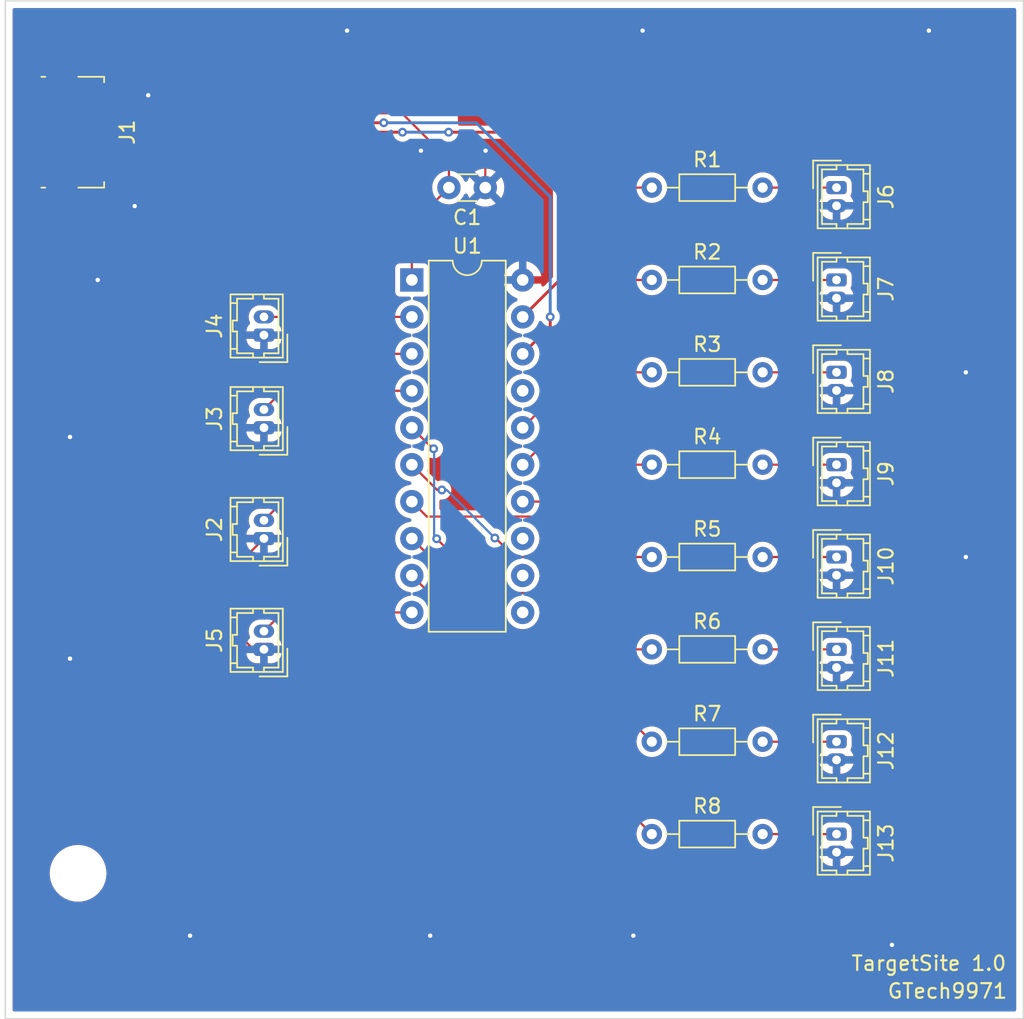
<source format=kicad_pcb>
(kicad_pcb (version 20211014) (generator pcbnew)
  (layers (0 "F.Cu" signal) (31 "B.Cu" signal) (34 "B.Paste" user) (35 "F.Paste" user) (36 "B.SilkS" user "B.Silkscreen") (37 "F.SilkS" user "F.Silkscreen") (38 "B.Mask" user) (39 "F.Mask" user) (44 "Edge.Cuts" user))
  (net 0 "")
  (net 1 "GND")
  (net 2 "/USB_VCC")
  (net 3 "/D-")
  (net 4 "/D+")
  (net 6 "unconnected-(J1-Pad6)")
  (net 7 "/SW_1")
  (net 8 "/SW_2")
  (net 9 "/SW_3")
  (net 10 "/SW_4")
  (net 11 "Net-(J6-Pad1)")
  (net 12 "Net-(J7-Pad1)")
  (net 13 "Net-(J8-Pad1)")
  (net 14 "Net-(J9-Pad1)")
  (net 15 "Net-(J10-Pad1)")
  (net 16 "Net-(J11-Pad1)")
  (net 17 "Net-(J12-Pad1)")
  (net 18 "Net-(J13-Pad1)")
  (net 19 "/LED_1")
  (net 20 "/LED_2")
  (net 21 "/LED_3")
  (net 22 "/LED_4")
  (net 23 "/LED_5")
  (net 24 "/LED_6")
  (net 25 "/LED_7")
  (net 26 "/LED_8")
  (footprint "Connector_Hirose:Hirose_DF13-02P-1.25DSA_1x02_P1.25mm_Vertical" (layer "F.Cu") (at 187.15 91.9 -90)
    (fp_text reference "J9" (at 0.62 -3.4 90) (layer "F.SilkS"))
    (fp_text value "Conn_01x02_Female")
    (pad "1" thru_hole roundrect (at 0 0 270) (size 0.9 1.4) (drill 0.6) (layers *.Cu *.Mask) (net 14 "Net-(J9-Pad1)"))
    (pad "2" thru_hole oval (at 1.25 0 270) (size 0.9 1.4) (drill 0.6) (layers *.Cu *.Mask) (net 1 "GND"))
  )
  (footprint "Resistor_THT:R_Axial_DIN0204_L3.6mm_D1.6mm_P7.62mm_Horizontal" (layer "F.Cu") (at 174.45 117.3)
    (fp_text reference "R8" (at 3.81 -1.92) (layer "F.SilkS"))
    (fp_text value "330")
    (pad "1" thru_hole circle (at 0 0) (size 1.4 1.4) (drill 0.7) (layers *.Cu *.Mask) (net 26 "/LED_8"))
    (pad "2" thru_hole oval (at 7.62 0) (size 1.4 1.4) (drill 0.7) (layers *.Cu *.Mask) (net 18 "Net-(J13-Pad1)"))
  )
  (footprint "Resistor_THT:R_Axial_DIN0204_L3.6mm_D1.6mm_P7.62mm_Horizontal" (layer "F.Cu") (at 174.45 91.9)
    (fp_text reference "R4" (at 3.81 -1.92) (layer "F.SilkS"))
    (fp_text value "330")
    (pad "1" thru_hole circle (at 0 0) (size 1.4 1.4) (drill 0.7) (layers *.Cu *.Mask) (net 22 "/LED_4"))
    (pad "2" thru_hole oval (at 7.62 0) (size 1.4 1.4) (drill 0.7) (layers *.Cu *.Mask) (net 14 "Net-(J9-Pad1)"))
  )
  (footprint "Connector_Hirose:Hirose_DF13-02P-1.25DSA_1x02_P1.25mm_Vertical" (layer "F.Cu") (at 147.78 96.98 90)
    (fp_text reference "J2" (at 0.62 -3.4 90) (layer "F.SilkS"))
    (fp_text value "Conn_01x02_Female")
    (pad "1" thru_hole roundrect (at 0 0 90) (size 0.9 1.4) (drill 0.6) (layers *.Cu *.Mask) (net 1 "GND"))
    (pad "2" thru_hole oval (at 1.25 0 90) (size 0.9 1.4) (drill 0.6) (layers *.Cu *.Mask) (net 7 "/SW_1"))
  )
  (footprint "Package_DIP:DIP-20_W7.62mm" (layer "F.Cu") (at 157.95 79.2)
    (fp_text reference "U1" (at 3.81 -2.33) (layer "F.SilkS"))
    (fp_text value "PIC16F1459-IP")
    (pad "1" thru_hole rect (at 0 0) (size 1.6 1.6) (drill 0.8) (layers *.Cu *.Mask) (net 2 "/USB_VCC"))
    (pad "2" thru_hole oval (at 0 2.54) (size 1.6 1.6) (drill 0.8) (layers *.Cu *.Mask) (net 9 "/SW_3"))
    (pad "3" thru_hole oval (at 0 5.08) (size 1.6 1.6) (drill 0.8) (layers *.Cu *.Mask) (net 8 "/SW_2"))
    (pad "4" thru_hole oval (at 0 7.62) (size 1.6 1.6) (drill 0.8) (layers *.Cu *.Mask) (net 7 "/SW_1"))
    (pad "5" thru_hole oval (at 0 10.16) (size 1.6 1.6) (drill 0.8) (layers *.Cu *.Mask) (net 24 "/LED_6"))
    (pad "6" thru_hole oval (at 0 12.7) (size 1.6 1.6) (drill 0.8) (layers *.Cu *.Mask) (net 23 "/LED_5"))
    (pad "7" thru_hole oval (at 0 15.24) (size 1.6 1.6) (drill 0.8) (layers *.Cu *.Mask) (net 22 "/LED_4"))
    (pad "8" thru_hole oval (at 0 17.78) (size 1.6 1.6) (drill 0.8) (layers *.Cu *.Mask) (net 25 "/LED_7"))
    (pad "9" thru_hole oval (at 0 20.32) (size 1.6 1.6) (drill 0.8) (layers *.Cu *.Mask) (net 26 "/LED_8"))
    (pad "10" thru_hole oval (at 0 22.86) (size 1.6 1.6) (drill 0.8) (layers *.Cu *.Mask) (net 10 "/SW_4"))
    (pad "11" thru_hole oval (at 7.62 22.86) (size 1.6 1.6) (drill 0.8) (layers *.Cu *.Mask))
    (pad "12" thru_hole oval (at 7.62 20.32) (size 1.6 1.6) (drill 0.8) (layers *.Cu *.Mask))
    (pad "13" thru_hole oval (at 7.62 17.78) (size 1.6 1.6) (drill 0.8) (layers *.Cu *.Mask))
    (pad "14" thru_hole oval (at 7.62 15.24) (size 1.6 1.6) (drill 0.8) (layers *.Cu *.Mask) (net 21 "/LED_3"))
    (pad "15" thru_hole oval (at 7.62 12.7) (size 1.6 1.6) (drill 0.8) (layers *.Cu *.Mask) (net 20 "/LED_2"))
    (pad "16" thru_hole oval (at 7.62 10.16) (size 1.6 1.6) (drill 0.8) (layers *.Cu *.Mask) (net 19 "/LED_1"))
    (pad "17" thru_hole oval (at 7.62 7.62) (size 1.6 1.6) (drill 0.8) (layers *.Cu *.Mask))
    (pad "18" thru_hole oval (at 7.62 5.08) (size 1.6 1.6) (drill 0.8) (layers *.Cu *.Mask) (net 3 "/D-"))
    (pad "19" thru_hole oval (at 7.62 2.54) (size 1.6 1.6) (drill 0.8) (layers *.Cu *.Mask) (net 4 "/D+"))
    (pad "20" thru_hole oval (at 7.62 0) (size 1.6 1.6) (drill 0.8) (layers *.Cu *.Mask) (net 1 "GND"))
  )
  (footprint "Connector_Hirose:Hirose_DF13-02P-1.25DSA_1x02_P1.25mm_Vertical" (layer "F.Cu") (at 187.15 98.25 -90)
    (fp_text reference "J10" (at 0.62 -3.4 90) (layer "F.SilkS"))
    (fp_text value "Conn_01x02_Female")
    (pad "1" thru_hole roundrect (at 0 0 270) (size 0.9 1.4) (drill 0.6) (layers *.Cu *.Mask) (net 15 "Net-(J10-Pad1)"))
    (pad "2" thru_hole oval (at 1.25 0 270) (size 0.9 1.4) (drill 0.6) (layers *.Cu *.Mask) (net 1 "GND"))
  )
  (footprint "Connector_USB:USB_Micro-B_Molex_47346-0001" (layer "F.Cu") (at 135.08 69.04 -90)
    (fp_text reference "J1" (at 0 -3.3 90) (layer "F.SilkS"))
    (fp_text value "USB_B_Micro")
    (pad "1" smd rect (at -1.3 -1.46 270) (size 0.45 1.38) (layers "F.Cu" "F.Paste" "F.Mask") (net 2 "/USB_VCC"))
    (pad "2" smd rect (at -0.65 -1.46 270) (size 0.45 1.38) (layers "F.Cu" "F.Paste" "F.Mask") (net 3 "/D-"))
    (pad "3" smd rect (at 0 -1.46 270) (size 0.45 1.38) (layers "F.Cu" "F.Paste" "F.Mask") (net 4 "/D+"))
    (pad "4" smd rect (at 0.65 -1.46 270) (size 0.45 1.38) (layers "F.Cu" "F.Paste" "F.Mask"))
    (pad "5" smd rect (at 1.3 -1.46 270) (size 0.45 1.38) (layers "F.Cu" "F.Paste" "F.Mask") (net 1 "GND"))
    (pad "6" smd rect (at 3.375 1.2 270) (size 1.65 1.3) (layers "F.Cu" "F.Paste" "F.Mask") (net 6 "unconnected-(J1-Pad6)"))
    (pad "6" smd rect (at -1.15 1.2 270) (size 1.8 1.9) (layers "F.Cu" "F.Paste" "F.Mask") (net 6 "unconnected-(J1-Pad6)"))
    (pad "6" smd rect (at 1.55 1.2 270) (size 1 1.9) (layers "F.Cu" "F.Paste" "F.Mask") (net 6 "unconnected-(J1-Pad6)"))
    (pad "6" smd rect (at -3.375 1.2 270) (size 1.65 1.3) (layers "F.Cu" "F.Paste" "F.Mask") (net 6 "unconnected-(J1-Pad6)"))
    (pad "6" smd rect (at 2.4875 -1.375 270) (size 1.425 1.55) (layers "F.Cu" "F.Paste" "F.Mask") (net 6 "unconnected-(J1-Pad6)"))
    (pad "6" smd rect (at -2.4875 -1.375 270) (size 1.425 1.55) (layers "F.Cu" "F.Paste" "F.Mask") (net 6 "unconnected-(J1-Pad6)"))
  )
  (footprint "Connector_Hirose:Hirose_DF13-02P-1.25DSA_1x02_P1.25mm_Vertical" (layer "F.Cu") (at 147.78 82.99 90)
    (fp_text reference "J4" (at 0.62 -3.4 90) (layer "F.SilkS"))
    (fp_text value "Conn_01x02_Female")
    (pad "1" thru_hole roundrect (at 0 0 90) (size 0.9 1.4) (drill 0.6) (layers *.Cu *.Mask) (net 1 "GND"))
    (pad "2" thru_hole oval (at 1.25 0 90) (size 0.9 1.4) (drill 0.6) (layers *.Cu *.Mask) (net 9 "/SW_3"))
  )
  (footprint "Connector_Hirose:Hirose_DF13-02P-1.25DSA_1x02_P1.25mm_Vertical" (layer "F.Cu") (at 187.15 110.95 -90)
    (fp_text reference "J12" (at 0.62 -3.4 90) (layer "F.SilkS"))
    (fp_text value "Conn_01x02_Female")
    (pad "1" thru_hole roundrect (at 0 0 270) (size 0.9 1.4) (drill 0.6) (layers *.Cu *.Mask) (net 17 "Net-(J12-Pad1)"))
    (pad "2" thru_hole oval (at 1.25 0 270) (size 0.9 1.4) (drill 0.6) (layers *.Cu *.Mask) (net 1 "GND"))
  )
  (footprint "MountingHole:MountingHole_3.2mm_M3" (layer "F.Cu") (at 135 120)
    (fp_text reference "MH1" hide)
    (fp_text value "MountingHole_3.2mm_M3" hide)
    (pad "" np_thru_hole circle locked (at 0 0) (size 3.2 3.2) (drill 3.2) (layers *.Cu *.Mask))
  )
  (footprint "Connector_Hirose:Hirose_DF13-02P-1.25DSA_1x02_P1.25mm_Vertical" (layer "F.Cu") (at 187.15 117.3 -90)
    (fp_text reference "J13" (at 0.62 -3.4 90) (layer "F.SilkS"))
    (fp_text value "Conn_01x02_Female")
    (pad "1" thru_hole roundrect (at 0 0 270) (size 0.9 1.4) (drill 0.6) (layers *.Cu *.Mask) (net 18 "Net-(J13-Pad1)"))
    (pad "2" thru_hole oval (at 1.25 0 270) (size 0.9 1.4) (drill 0.6) (layers *.Cu *.Mask) (net 1 "GND"))
  )
  (footprint "Connector_Hirose:Hirose_DF13-02P-1.25DSA_1x02_P1.25mm_Vertical" (layer "F.Cu") (at 187.15 72.85 -90)
    (fp_text reference "J6" (at 0.62 -3.4 90) (layer "F.SilkS"))
    (fp_text value "Conn_01x02_Female")
    (pad "1" thru_hole roundrect (at 0 0 270) (size 0.9 1.4) (drill 0.6) (layers *.Cu *.Mask) (net 11 "Net-(J6-Pad1)"))
    (pad "2" thru_hole oval (at 1.25 0 270) (size 0.9 1.4) (drill 0.6) (layers *.Cu *.Mask) (net 1 "GND"))
  )
  (footprint "Connector_Hirose:Hirose_DF13-02P-1.25DSA_1x02_P1.25mm_Vertical" (layer "F.Cu") (at 187.15 85.55 -90)
    (fp_text reference "J8" (at 0.62 -3.4 90) (layer "F.SilkS"))
    (fp_text value "Conn_01x02_Female")
    (pad "1" thru_hole roundrect (at 0 0 270) (size 0.9 1.4) (drill 0.6) (layers *.Cu *.Mask) (net 13 "Net-(J8-Pad1)"))
    (pad "2" thru_hole oval (at 1.25 0 270) (size 0.9 1.4) (drill 0.6) (layers *.Cu *.Mask) (net 1 "GND"))
  )
  (footprint "Connector_Hirose:Hirose_DF13-02P-1.25DSA_1x02_P1.25mm_Vertical" (layer "F.Cu") (at 187.15 104.6 -90)
    (fp_text reference "J11" (at 0.62 -3.4 90) (layer "F.SilkS"))
    (fp_text value "Conn_01x02_Female")
    (pad "1" thru_hole roundrect (at 0 0 270) (size 0.9 1.4) (drill 0.6) (layers *.Cu *.Mask) (net 16 "Net-(J11-Pad1)"))
    (pad "2" thru_hole oval (at 1.25 0 270) (size 0.9 1.4) (drill 0.6) (layers *.Cu *.Mask) (net 1 "GND"))
  )
  (footprint "Connector_Hirose:Hirose_DF13-02P-1.25DSA_1x02_P1.25mm_Vertical" (layer "F.Cu") (at 187.15 79.2 -90)
    (fp_text reference "J7" (at 0.62 -3.4 90) (layer "F.SilkS"))
    (fp_text value "Conn_01x02_Female")
    (pad "1" thru_hole roundrect (at 0 0 270) (size 0.9 1.4) (drill 0.6) (layers *.Cu *.Mask) (net 12 "Net-(J7-Pad1)"))
    (pad "2" thru_hole oval (at 1.25 0 270) (size 0.9 1.4) (drill 0.6) (layers *.Cu *.Mask) (net 1 "GND"))
  )
  (footprint "Connector_Hirose:Hirose_DF13-02P-1.25DSA_1x02_P1.25mm_Vertical" (layer "F.Cu") (at 147.78 104.6 90)
    (fp_text reference "J5" (at 0.62 -3.4 90) (layer "F.SilkS"))
    (fp_text value "Conn_01x02_Female")
    (pad "1" thru_hole roundrect (at 0 0 90) (size 0.9 1.4) (drill 0.6) (layers *.Cu *.Mask) (net 1 "GND"))
    (pad "2" thru_hole oval (at 1.25 0 90) (size 0.9 1.4) (drill 0.6) (layers *.Cu *.Mask) (net 10 "/SW_4"))
  )
  (footprint "Resistor_THT:R_Axial_DIN0204_L3.6mm_D1.6mm_P7.62mm_Horizontal" (layer "F.Cu") (at 174.45 85.55)
    (fp_text reference "R3" (at 3.81 -1.92) (layer "F.SilkS"))
    (fp_text value "330")
    (pad "1" thru_hole circle (at 0 0) (size 1.4 1.4) (drill 0.7) (layers *.Cu *.Mask) (net 21 "/LED_3"))
    (pad "2" thru_hole oval (at 7.62 0) (size 1.4 1.4) (drill 0.7) (layers *.Cu *.Mask) (net 13 "Net-(J8-Pad1)"))
  )
  (footprint "Resistor_THT:R_Axial_DIN0204_L3.6mm_D1.6mm_P7.62mm_Horizontal" (layer "F.Cu") (at 174.45 110.95)
    (fp_text reference "R7" (at 3.81 -1.92) (layer "F.SilkS"))
    (fp_text value "330")
    (pad "1" thru_hole circle (at 0 0) (size 1.4 1.4) (drill 0.7) (layers *.Cu *.Mask) (net 25 "/LED_7"))
    (pad "2" thru_hole oval (at 7.62 0) (size 1.4 1.4) (drill 0.7) (layers *.Cu *.Mask) (net 17 "Net-(J12-Pad1)"))
  )
  (footprint "Resistor_THT:R_Axial_DIN0204_L3.6mm_D1.6mm_P7.62mm_Horizontal" (layer "F.Cu") (at 174.45 79.2)
    (fp_text reference "R2" (at 3.81 -1.92) (layer "F.SilkS"))
    (fp_text value "330")
    (pad "1" thru_hole circle (at 0 0) (size 1.4 1.4) (drill 0.7) (layers *.Cu *.Mask) (net 20 "/LED_2"))
    (pad "2" thru_hole oval (at 7.62 0) (size 1.4 1.4) (drill 0.7) (layers *.Cu *.Mask) (net 12 "Net-(J7-Pad1)"))
  )
  (footprint "Resistor_THT:R_Axial_DIN0204_L3.6mm_D1.6mm_P7.62mm_Horizontal" (layer "F.Cu") (at 174.45 98.25)
    (fp_text reference "R5" (at 3.81 -1.92) (layer "F.SilkS"))
    (fp_text value "330")
    (pad "1" thru_hole circle (at 0 0) (size 1.4 1.4) (drill 0.7) (layers *.Cu *.Mask) (net 23 "/LED_5"))
    (pad "2" thru_hole oval (at 7.62 0) (size 1.4 1.4) (drill 0.7) (layers *.Cu *.Mask) (net 15 "Net-(J10-Pad1)"))
  )
  (footprint "Resistor_THT:R_Axial_DIN0204_L3.6mm_D1.6mm_P7.62mm_Horizontal" (layer "F.Cu") (at 174.45 72.85)
    (fp_text reference "R1" (at 3.81 -1.92) (layer "F.SilkS"))
    (fp_text value "330")
    (pad "1" thru_hole circle (at 0 0) (size 1.4 1.4) (drill 0.7) (layers *.Cu *.Mask) (net 19 "/LED_1"))
    (pad "2" thru_hole oval (at 7.62 0) (size 1.4 1.4) (drill 0.7) (layers *.Cu *.Mask) (net 11 "Net-(J6-Pad1)"))
  )
  (footprint "Capacitor_THT:C_Disc_D3.0mm_W1.6mm_P2.50mm" (layer "F.Cu") (at 163 72.85 180)
    (fp_text reference "C1" (at 1.25 -2.05 180) (layer "F.SilkS"))
    (fp_text value "0.01u")
    (pad "1" thru_hole circle (at 0 0 180) (size 1.6 1.6) (drill 0.8) (layers *.Cu *.Mask) (net 1 "GND"))
    (pad "2" thru_hole circle (at 2.5 0 180) (size 1.6 1.6) (drill 0.8) (layers *.Cu *.Mask) (net 2 "/USB_VCC"))
  )
  (footprint "Resistor_THT:R_Axial_DIN0204_L3.6mm_D1.6mm_P7.62mm_Horizontal" (layer "F.Cu") (at 174.45 104.6)
    (fp_text reference "R6" (at 3.81 -1.92) (layer "F.SilkS"))
    (fp_text value "330")
    (pad "1" thru_hole circle (at 0 0) (size 1.4 1.4) (drill 0.7) (layers *.Cu *.Mask) (net 24 "/LED_6"))
    (pad "2" thru_hole oval (at 7.62 0) (size 1.4 1.4) (drill 0.7) (layers *.Cu *.Mask) (net 16 "Net-(J11-Pad1)"))
  )
  (footprint "Connector_Hirose:Hirose_DF13-02P-1.25DSA_1x02_P1.25mm_Vertical" (layer "F.Cu") (at 147.78 89.36 90)
    (fp_text reference "J3" (at 0.62 -3.4 90) (layer "F.SilkS"))
    (fp_text value "Conn_01x02_Female")
    (pad "1" thru_hole roundrect (at 0 0 90) (size 0.9 1.4) (drill 0.6) (layers *.Cu *.Mask) (net 1 "GND"))
    (pad "2" thru_hole oval (at 1.25 0 90) (size 0.9 1.4) (drill 0.6) (layers *.Cu *.Mask) (net 8 "/SW_2"))
  )
  (gr_rect locked (start 130 130) (end 200 60) (layer "Edge.Cuts") (width 0.1) (fill none))
  (gr_text "GTech9971" (at 194.77 128.095) (layer "F.SilkS") (effects (font (size 1 1))))
  (gr_text "TargetSite 1.0" (at 193.5 126.19) (layer "F.SilkS") (effects (font (size 1 1))))
  (segment (start 187.15 105.85) (end 192.25 105.85) (width 0.1524) (layer "F.Cu") (net 1))
  (segment (start 192.25 93.15) (end 193.5 91.9) (width 0.1524) (layer "F.Cu") (net 1))
  (segment (start 147.060847 104.6) (end 147.78 104.6) (width 0.1524) (layer "F.Cu") (net 1))
  (segment (start 187.15 99.5) (end 192.25 99.5) (width 0.1524) (layer "F.Cu") (net 1))
  (segment (start 187.15 66.5) (end 193.5 72.85) (width 0.1524) (layer "F.Cu") (net 1))
  (segment (start 147.78 96.98) (end 145.515423 99.244577) (width 0.1524) (layer "F.Cu") (net 1))
  (segment (start 158.545 70.34) (end 158.575 70.31) (width 0.1524) (layer "F.Cu") (net 1))
  (segment (start 136.35 85.55) (end 136.35 91.9) (width 0.1524) (layer "F.Cu") (net 1))
  (segment (start 147.78 82.99) (end 138.91 82.99) (width 0.1524) (layer "F.Cu") (net 1))
  (segment (start 193.5 98.25) (end 193.5 104.6) (width 0.1524) (layer "F.Cu") (net 1))
  (segment (start 187.15 74.1) (end 192.25 74.1) (width 0.1524) (layer "F.Cu") (net 1))
  (segment (start 193.5 104.6) (end 193.5 110.95) (width 0.1524) (layer "F.Cu") (net 1))
  (segment (start 136.35 91.9) (end 136.35 93.889153) (width 0.1524) (layer "F.Cu") (net 1))
  (segment (start 193.5 110.95) (end 193.5 117.3) (width 0.1524) (layer "F.Cu") (net 1))
  (segment (start 192.25 105.85) (end 193.5 104.6) (width 0.1524) (layer "F.Cu") (net 1))
  (segment (start 138.92 70.34) (end 158.545 70.34) (width 0.1524) (layer "F.Cu") (net 1))
  (segment (start 187.15 93.15) (end 192.25 93.15) (width 0.1524) (layer "F.Cu") (net 1))
  (segment (start 187.15 86.8) (end 192.25 86.8) (width 0.1524) (layer "F.Cu") (net 1))
  (segment (start 138.89 74.12) (end 138.89 70.37) (width 0.1524) (layer "F.Cu") (net 1))
  (segment (start 163 70.33) (end 163 72.85) (width 0.1524) (layer "F.Cu") (net 1))
  (segment (start 192.25 80.45) (end 193.5 79.2) (width 0.1524) (layer "F.Cu") (net 1))
  (segment (start 138.89 76.66) (end 136.35 79.2) (width 0.1524) (layer "F.Cu") (net 1))
  (segment (start 145.515423 99.244577) (end 141.705423 99.244577) (width 0.1524) (layer "F.Cu") (net 1))
  (segment (start 138.89 74.12) (end 138.89 76.66) (width 0.1524) (layer "F.Cu") (net 1))
  (segment (start 192.25 118.55) (end 187.15 118.55) (width 0.1524) (layer "F.Cu") (net 1))
  (segment (start 192.25 74.1) (end 193.5 72.85) (width 0.1524) (layer "F.Cu") (net 1))
  (segment (start 193.5 79.2) (end 193.5 85.55) (width 0.1524) (layer "F.Cu") (net 1))
  (segment (start 193.5 85.55) (end 193.5 91.9) (width 0.1524) (layer "F.Cu") (net 1))
  (segment (start 163.02 70.31) (end 163 70.33) (width 0.1524) (layer "F.Cu") (net 1))
  (segment (start 193.5 117.3) (end 192.25 118.55) (width 0.1524) (layer "F.Cu") (net 1))
  (segment (start 168.1 66.5) (end 187.15 66.5) (width 0.1524) (layer "F.Cu") (net 1))
  (segment (start 138.91 82.99) (end 136.35 85.55) (width 0.1524) (layer "F.Cu") (net 1))
  (segment (start 187.15 80.45) (end 192.25 80.45) (width 0.1524) (layer "F.Cu") (net 1))
  (segment (start 138.89 70.37) (end 138.92 70.34) (width 0.1524) (layer "F.Cu") (net 1))
  (segment (start 187.15 112.2) (end 192.25 112.2) (width 0.1524) (layer "F.Cu") (net 1))
  (segment (start 136.54 70.34) (end 138.92 70.34) (width 0.1524) (layer "F.Cu") (net 1))
  (segment (start 141.705423 99.244577) (end 147.060847 104.6) (width 0.1524) (layer "F.Cu") (net 1))
  (segment (start 136.35 79.2) (end 136.35 85.55) (width 0.1524) (layer "F.Cu") (net 1))
  (segment (start 193.5 91.9) (end 193.5 98.25) (width 0.1524) (layer "F.Cu") (net 1))
  (segment (start 192.25 112.2) (end 193.5 110.95) (width 0.1524) (layer "F.Cu") (net 1))
  (segment (start 147.78 89.36) (end 138.89 89.36) (width 0.1524) (layer "F.Cu") (net 1))
  (segment (start 138.89 89.36) (end 136.35 91.9) (width 0.1524) (layer "F.Cu") (net 1))
  (segment (start 163 72.85) (end 165.57 75.42) (width 0.1524) (layer "F.Cu") (net 1))
  (segment (start 192.25 99.5) (end 193.5 98.25) (width 0.1524) (layer "F.Cu") (net 1))
  (segment (start 139.8224 66.5) (end 168.1 66.5) (width 0.1524) (layer "F.Cu") (net 1))
  (segment (start 165.57 75.42) (end 165.57 76.015) (width 0.1524) (layer "F.Cu") (net 1))
  (segment (start 192.25 86.8) (end 193.5 85.55) (width 0.1524) (layer "F.Cu") (net 1))
  (segment (start 165.57 76.015) (end 165.57 79.2) (width 0.1524) (layer "F.Cu") (net 1))
  (segment (start 193.5 72.85) (end 193.5 79.2) (width 0.1524) (layer "F.Cu") (net 1))
  (segment (start 136.35 93.889153) (end 141.705423 99.244577) (width 0.1524) (layer "F.Cu") (net 1))
  (via (at 173.815 62.055) (size 0.605) (drill 0.3) (layers "F.Cu" "B.Cu") (net 1))
  (via (at 196.04 98.25) (size 0.605) (drill 0.3) (layers "F.Cu" "B.Cu") (net 1))
  (via (at 159.21 124.285) (size 0.605) (drill 0.3) (layers "F.Cu" "B.Cu") (net 1))
  (via (at 153.495 62.055) (size 0.605) (drill 0.3) (layers "F.Cu" "B.Cu") (net 1))
  (via (at 158.575 70.31) (size 0.605) (drill 0.3) (layers "F.Cu" "B.Cu") (net 1))
  (via (at 138.89 74.12) (size 0.605) (drill 0.3) (layers "F.Cu" "B.Cu") (net 1))
  (via (at 173.18 124.285) (size 0.605) (drill 0.3) (layers "F.Cu" "B.Cu") (net 1))
  (via (at 190.96 124.92) (size 0.605) (drill 0.3) (layers "F.Cu" "B.Cu") (net 1))
  (via (at 136.35 79.2) (size 0.605) (drill 0.3) (layers "F.Cu" "B.Cu") (net 1))
  (via (at 163.02 70.31) (size 0.605) (drill 0.3) (layers "F.Cu" "B.Cu") (net 1))
  (via (at 134.445 105.235) (size 0.605) (drill 0.3) (layers "F.Cu" "B.Cu") (net 1))
  (via (at 193.5 62.055) (size 0.605) (drill 0.3) (layers "F.Cu" "B.Cu") (net 1))
  (via (at 139.8224 66.5) (size 0.605) (drill 0.3) (layers "F.Cu" "B.Cu") (net 1))
  (via (at 134.445 89.995) (size 0.605) (drill 0.3) (layers "F.Cu" "B.Cu") (net 1))
  (via (at 196.04 85.55) (size 0.605) (drill 0.3) (layers "F.Cu" "B.Cu") (net 1))
  (via (at 142.7 124.285) (size 0.605) (drill 0.3) (layers "F.Cu" "B.Cu") (net 1))
  (segment (start 139.8224 66.5) (end 139.8224 73.1876) (width 0.1524) (layer "B.Cu") (net 1))
  (segment (start 139.8224 73.1876) (end 138.89 74.12) (width 0.1524) (layer "B.Cu") (net 1))
  (segment (start 158.575 70.31) (end 163.02 70.31) (width 0.1524) (layer "B.Cu") (net 1))
  (segment (start 136.54 67.74) (end 157.275 67.74) (width 0.1524) (layer "F.Cu") (net 2))
  (segment (start 157.275 67.74) (end 160.5 70.965) (width 0.1524) (layer "F.Cu") (net 2))
  (segment (start 157.95 75.4) (end 157.95 79.2) (width 0.1524) (layer "F.Cu") (net 2))
  (segment (start 160.5 72.85) (end 157.95 75.4) (width 0.1524) (layer "F.Cu") (net 2))
  (segment (start 160.5 70.965) (end 160.5 72.85) (width 0.1524) (layer "F.Cu") (net 2))
  (segment (start 167.465 82.385) (end 165.57 84.28) (width 0.2) (layer "F.Cu") (net 3))
  (segment (start 167.465 81.74) (end 167.465 82.385) (width 0.2) (layer "F.Cu") (net 3))
  (segment (start 136.54 68.39) (end 156.02 68.39) (width 0.2) (layer "F.Cu") (net 3))
  (via (at 156.02 68.39) (size 0.605) (drill 0.3) (layers "F.Cu" "B.Cu") (net 3))
  (via (at 167.465 81.74) (size 0.605) (drill 0.3) (layers "F.Cu" "B.Cu") (net 3))
  (segment (start 162.37 68.39) (end 167.465 73.485) (width 0.2) (layer "B.Cu") (net 3))
  (segment (start 156.02 68.39) (end 162.37 68.39) (width 0.2) (layer "B.Cu") (net 3))
  (segment (start 167.465 73.485) (end 167.465 81.74) (width 0.2) (layer "B.Cu") (net 3))
  (segment (start 168.1 72.85) (end 168.1 79.21) (width 0.2) (layer "F.Cu") (net 4))
  (segment (start 136.54 69.04) (end 157.305 69.04) (width 0.2) (layer "F.Cu") (net 4))
  (segment (start 164.29 69.04) (end 168.1 72.85) (width 0.2) (layer "F.Cu") (net 4))
  (segment (start 168.1 79.21) (end 165.57 81.74) (width 0.2) (layer "F.Cu") (net 4))
  (segment (start 160.48 69.04) (end 164.29 69.04) (width 0.2) (layer "F.Cu") (net 4))
  (via (at 160.48 69.04) (size 0.605) (drill 0.3) (layers "F.Cu" "B.Cu") (net 4))
  (via (at 157.305 69.04) (size 0.605) (drill 0.3) (layers "F.Cu" "B.Cu") (net 4))
  (segment (start 157.305 69.04) (end 160.48 69.04) (width 0.2) (layer "B.Cu") (net 4))
  (segment (start 133.88 72.415) (end 135.5675 72.415) (width 0.1524) (layer "F.Cu") (net 6))
  (segment (start 133.88 65.665) (end 133.88 67.89) (width 0.1524) (layer "F.Cu") (net 6))
  (segment (start 135.5675 72.415) (end 136.455 71.5275) (width 0.1524) (layer "F.Cu") (net 6))
  (segment (start 136.455 66.5525) (end 134.7675 66.5525) (width 0.1524) (layer "F.Cu") (net 6))
  (segment (start 133.88 67.89) (end 133.88 70.59) (width 0.1524) (layer "F.Cu") (net 6))
  (segment (start 133.88 70.59) (end 133.88 72.415) (width 0.1524) (layer "F.Cu") (net 6))
  (segment (start 134.7675 66.5525) (end 133.88 65.665) (width 0.1524) (layer "F.Cu") (net 6))
  (segment (start 156.69 86.82) (end 147.78 95.73) (width 0.1524) (layer "F.Cu") (net 7))
  (segment (start 157.95 86.82) (end 156.69 86.82) (width 0.1524) (layer "F.Cu") (net 7))
  (segment (start 151.61 84.28) (end 147.78 88.11) (width 0.1524) (layer "F.Cu") (net 8))
  (segment (start 157.95 84.28) (end 151.61 84.28) (width 0.1524) (layer "F.Cu") (net 8))
  (segment (start 157.95 81.74) (end 147.78 81.74) (width 0.1524) (layer "F.Cu") (net 9))
  (segment (start 149.07 102.06) (end 147.78 103.35) (width 0.1524) (layer "F.Cu") (net 10))
  (segment (start 157.95 102.06) (end 149.07 102.06) (width 0.1524) (layer "F.Cu") (net 10))
  (segment (start 182.07 72.85) (end 187.15 72.85) (width 0.1524) (layer "F.Cu") (net 11))
  (segment (start 182.07 79.2) (end 187.15 79.2) (width 0.1524) (layer "F.Cu") (net 12))
  (segment (start 182.07 85.55) (end 187.15 85.55) (width 0.1524) (layer "F.Cu") (net 13))
  (segment (start 182.07 91.9) (end 187.15 91.9) (width 0.1524) (layer "F.Cu") (net 14))
  (segment (start 182.07 98.25) (end 187.15 98.25) (width 0.1524) (layer "F.Cu") (net 15))
  (segment (start 182.07 104.6) (end 187.15 104.6) (width 0.1524) (layer "F.Cu") (net 16))
  (segment (start 182.07 110.95) (end 187.15 110.95) (width 0.1524) (layer "F.Cu") (net 17))
  (segment (start 182.07 117.3) (end 187.15 117.3) (width 0.1524) (layer "F.Cu") (net 18))
  (segment (start 174.45 72.85) (end 170.372425 72.85) (width 0.1524) (layer "F.Cu") (net 19))
  (segment (start 168.820604 74.401821) (end 168.820604 86.109396) (width 0.1524) (layer "F.Cu") (net 19))
  (segment (start 168.820604 86.109396) (end 165.57 89.36) (width 0.1524) (layer "F.Cu") (net 19))
  (segment (start 170.372425 72.85) (end 168.820604 74.401821) (width 0.1524) (layer "F.Cu") (net 19))
  (segment (start 169.710763 87.759237) (end 165.57 91.9) (width 0.1524) (layer "F.Cu") (net 20))
  (segment (start 170.168759 79.2) (end 169.710763 79.657996) (width 0.1524) (layer "F.Cu") (net 20))
  (segment (start 174.45 79.2) (end 170.168759 79.2) (width 0.1524) (layer "F.Cu") (net 20))
  (segment (start 169.710763 79.657996) (end 169.710763 87.759237) (width 0.1524) (layer "F.Cu") (net 20))
  (segment (start 170.388979 86.694489) (end 170.388979 91.314837) (width 0.1524) (layer "F.Cu") (net 21))
  (segment (start 167.263816 94.44) (end 165.57 94.44) (width 0.1524) (layer "F.Cu") (net 21))
  (segment (start 170.388979 91.314837) (end 167.263816 94.44) (width 0.1524) (layer "F.Cu") (net 21))
  (segment (start 174.45 85.55) (end 171.533468 85.55) (width 0.1524) (layer "F.Cu") (net 21))
  (segment (start 171.533468 85.55) (end 170.388979 86.694489) (width 0.1524) (layer "F.Cu") (net 21))
  (segment (start 171.694745 91.9) (end 168.126145 95.4686) (width 0.1524) (layer "F.Cu") (net 22))
  (segment (start 158.9786 95.4686) (end 157.95 94.44) (width 0.1524) (layer "F.Cu") (net 22))
  (segment (start 174.45 91.9) (end 171.694745 91.9) (width 0.1524) (layer "F.Cu") (net 22))
  (segment (start 168.126145 95.4686) (end 158.9786 95.4686) (width 0.1524) (layer "F.Cu") (net 22))
  (segment (start 165.005639 98.25) (end 163.74226 96.986621) (width 0.1524) (layer "F.Cu") (net 23))
  (segment (start 163.699871 96.944232) (end 163.657482 96.944232) (width 0.1524) (layer "F.Cu") (net 23))
  (segment (start 163.74226 96.986621) (end 163.699871 96.944232) (width 0.1524) (layer "F.Cu") (net 23))
  (segment (start 159.687928 93.637928) (end 157.95 91.9) (width 0.1524) (layer "F.Cu") (net 23))
  (segment (start 160.012072 93.637928) (end 159.687928 93.637928) (width 0.1524) (layer "F.Cu") (net 23))
  (segment (start 174.45 98.25) (end 165.005639 98.25) (width 0.1524) (layer "F.Cu") (net 23))
  (via (at 163.657482 96.944232) (size 0.605) (drill 0.3) (layers "F.Cu" "B.Cu") (net 23))
  (via (at 160.012072 93.637928) (size 0.605) (drill 0.3) (layers "F.Cu" "B.Cu") (net 23))
  (segment (start 163.657482 96.944232) (end 160.351178 93.637928) (width 0.1524) (layer "B.Cu") (net 23))
  (segment (start 160.351178 93.637928) (end 160.012072 93.637928) (width 0.1524) (layer "B.Cu") (net 23))
  (segment (start 171.797705 104.6) (end 167.92248 100.724775) (width 0.1524) (layer "F.Cu") (net 24))
  (segment (start 159.444778 90.805863) (end 159.395863 90.805863) (width 0.1524) (layer "F.Cu") (net 24))
  (segment (start 174.45 104.6) (end 171.797705 104.6) (width 0.1524) (layer "F.Cu") (net 24))
  (segment (start 167.92248 100.724775) (end 163.38691 100.724775) (width 0.1524) (layer "F.Cu") (net 24))
  (segment (start 159.395863 90.805863) (end 157.95 89.36) (width 0.1524) (layer "F.Cu") (net 24))
  (segment (start 163.38691 100.724775) (end 159.656721 96.994586) (width 0.1524) (layer "F.Cu") (net 24))
  (via (at 159.444778 90.805863) (size 0.605) (drill 0.3) (layers "F.Cu" "B.Cu") (net 24))
  (via (at 159.656721 96.994586) (size 0.605) (drill 0.3) (layers "F.Cu" "B.Cu") (net 24))
  (segment (start 159.480972 90.842057) (end 159.444778 90.805863) (width 0.1524) (layer "B.Cu") (net 24))
  (segment (start 159.480972 96.818837) (end 159.480972 90.842057) (width 0.1524) (layer "B.Cu") (net 24))
  (segment (start 159.656721 96.994586) (end 159.480972 96.818837) (width 0.1524) (layer "B.Cu") (net 24))
  (segment (start 174.45 110.95) (end 168.108276 104.608276) (width 0.1524) (layer "F.Cu") (net 25))
  (segment (start 163.615094 104.608276) (end 163.530317 104.523499) (width 0.1524) (layer "F.Cu") (net 25))
  (segment (start 163.530317 104.523499) (end 163.530317 102.560317) (width 0.1524) (layer "F.Cu") (net 25))
  (segment (start 163.530317 102.560317) (end 157.95 96.98) (width 0.1524) (layer "F.Cu") (net 25))
  (segment (start 168.108276 104.608276) (end 163.615094 104.608276) (width 0.1524) (layer "F.Cu") (net 25))
  (segment (start 161.75 104.6) (end 161.75 103.32) (width 0.1524) (layer "F.Cu") (net 26))
  (segment (start 161.75 103.32) (end 157.95 99.52) (width 0.1524) (layer "F.Cu") (net 26))
  (segment (start 174.45 117.3) (end 161.75 104.6) (width 0.1524) (layer "F.Cu") (net 26))
  (zone (net 0) (net_name "") (layer "F.Cu") (connect_pads (clearance 0)) (min_thickness 0.254)
    (keepout (tracks allowed) (vias allowed) (pads allowed) (copperpour not_allowed) (footprints allowed))
    (fill (thermal_gap 0.508) (thermal_bridge_width 0.508))
    (polygon (pts (xy 186.388 86.566) (xy 185.626 86.566) (xy 185.626 85.804) (xy 186.388 85.804)))
  )
  (zone (net 0) (net_name "") (layer "F.Cu") (connect_pads (clearance 0)) (min_thickness 0.254)
    (keepout (tracks allowed) (vias allowed) (pads allowed) (copperpour not_allowed) (footprints allowed))
    (fill (thermal_gap 0.508) (thermal_bridge_width 0.508))
    (polygon (pts (xy 161.115 71.58) (xy 157.305 71.58) (xy 157.305 67.135) (xy 161.115 67.135)))
  )
  (zone (net 0) (net_name "") (layer "F.Cu") (connect_pads (clearance 0)) (min_thickness 0.254)
    (keepout (tracks allowed) (vias allowed) (pads allowed) (copperpour not_allowed) (footprints allowed))
    (fill (thermal_gap 0.508) (thermal_bridge_width 0.508))
    (polygon (pts (xy 164.5 103) (xy 159 103) (xy 159 97.5) (xy 164.5 97.5)))
  )
  (zone (net 0) (net_name "") (layer "F.Cu") (connect_pads (clearance 0)) (min_thickness 0.254)
    (keepout (tracks allowed) (vias allowed) (pads allowed) (copperpour not_allowed) (footprints allowed))
    (fill (thermal_gap 0.508) (thermal_bridge_width 0.508))
    (polygon (pts (xy 188.42 86.566) (xy 187.912 86.566) (xy 187.912 85.296) (xy 188.42 85.296)))
  )
  (zone (net 0) (net_name "") (layer "F.Cu") (connect_pads (clearance 0)) (min_thickness 0.254)
    (keepout (tracks allowed) (vias allowed) (pads allowed) (copperpour not_allowed) (footprints allowed))
    (fill (thermal_gap 0.508) (thermal_bridge_width 0.508))
    (polygon (pts (xy 159.845 95.71) (xy 158.575 95.71) (xy 158.575 93.17) (xy 159.845 93.17)))
  )
  (zone (net 1) (net_name "GND") (layers F&B.Cu) (connect_pads (clearance 0.35)) (min_thickness 0.254) (fill yes (thermal_gap 0.508) (thermal_bridge_width 0.508))
    (polygon (pts (xy 199.5 129.5) (xy 130.5 129.5) (xy 130.5 60.5) (xy 199.5 60.5)))
  )
  (zone (net 0) (net_name "") (layer "F.Cu") (connect_pads (clearance 0)) (min_thickness 0.254)
    (keepout (tracks allowed) (vias allowed) (pads allowed) (copperpour not_allowed) (footprints allowed))
    (fill (thermal_gap 0.508) (thermal_bridge_width 0.508))
    (polygon (pts (xy 163.5 106) (xy 162 105) (xy 162 102.5) (xy 163.5 102.5)))
  )
  (zone (net 0) (net_name "") (layer "F.Cu") (connect_pads (clearance 0)) (min_thickness 0.254)
    (keepout (tracks allowed) (vias allowed) (pads allowed) (copperpour not_allowed) (footprints allowed))
    (fill (thermal_gap 0.508) (thermal_bridge_width 0.508))
    (polygon (pts (xy 168 95) (xy 167 95) (xy 170.5 91.5) (xy 171.5 91.5)))
  )
  (zone (net 0) (net_name "") (layer "F.Cu") (connect_pads (clearance 0)) (min_thickness 0.254)
    (keepout (tracks allowed) (vias allowed) (pads allowed) (copperpour not_allowed) (footprints allowed))
    (fill (thermal_gap 0.508) (thermal_bridge_width 0.508))
    (polygon (pts (xy 170 79.5) (xy 169 79.5) (xy 169 78.5) (xy 170 78.5)))
  )
)
</source>
